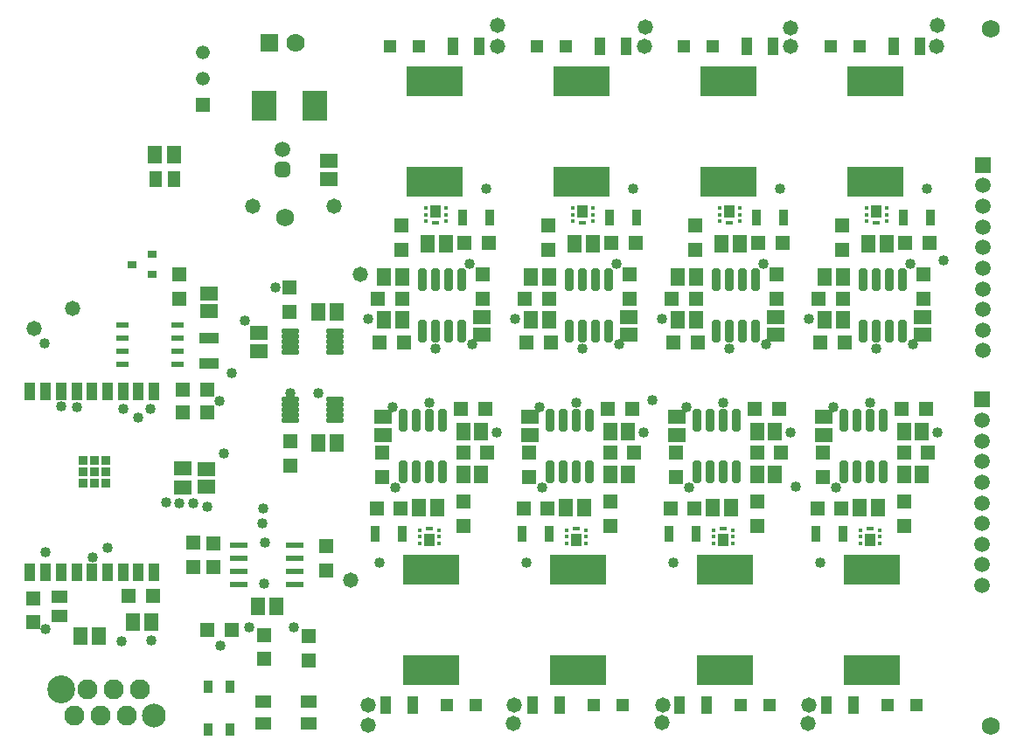
<source format=gbr>
G04*
G04 #@! TF.GenerationSoftware,Altium Limited,Altium Designer,24.0.1 (36)*
G04*
G04 Layer_Color=8388736*
%FSLAX25Y25*%
%MOIN*%
G70*
G04*
G04 #@! TF.SameCoordinates,A2E01C4A-C41F-4235-85C4-DC12FCC8AE1E*
G04*
G04*
G04 #@! TF.FilePolarity,Negative*
G04*
G01*
G75*
%ADD25R,0.03764X0.06338*%
%ADD27R,0.21260X0.11417*%
%ADD29R,0.04353X0.06528*%
%ADD38R,0.06634X0.02134*%
%ADD40R,0.07480X0.04331*%
%ADD43R,0.05118X0.02362*%
%ADD44R,0.03556X0.03162*%
G04:AMPARAMS|DCode=45|XSize=85.56mil|YSize=31.62mil|CornerRadius=6.95mil|HoleSize=0mil|Usage=FLASHONLY|Rotation=90.000|XOffset=0mil|YOffset=0mil|HoleType=Round|Shape=RoundedRectangle|*
%AMROUNDEDRECTD45*
21,1,0.08556,0.01772,0,0,90.0*
21,1,0.07165,0.03162,0,0,90.0*
1,1,0.01391,0.00886,0.03583*
1,1,0.01391,0.00886,-0.03583*
1,1,0.01391,-0.00886,-0.03583*
1,1,0.01391,-0.00886,0.03583*
%
%ADD45ROUNDEDRECTD45*%
%ADD46R,0.05328X0.05328*%
%ADD47R,0.05328X0.05328*%
%ADD48R,0.02598X0.01378*%
%ADD49R,0.04331X0.04921*%
%ADD50R,0.01693X0.01378*%
%ADD51R,0.04724X0.04724*%
%ADD52R,0.05367X0.06587*%
%ADD53R,0.06587X0.05367*%
G04:AMPARAMS|DCode=54|XSize=65.87mil|YSize=19.02mil|CornerRadius=5.38mil|HoleSize=0mil|Usage=FLASHONLY|Rotation=0.000|XOffset=0mil|YOffset=0mil|HoleType=Round|Shape=RoundedRectangle|*
%AMROUNDEDRECTD54*
21,1,0.06587,0.00827,0,0,0.0*
21,1,0.05512,0.01902,0,0,0.0*
1,1,0.01076,0.02756,-0.00413*
1,1,0.01076,-0.02756,-0.00413*
1,1,0.01076,-0.02756,0.00413*
1,1,0.01076,0.02756,0.00413*
%
%ADD54ROUNDEDRECTD54*%
%ADD55R,0.04343X0.06706*%
%ADD56R,0.03556X0.03556*%
%ADD57R,0.05485X0.06587*%
%ADD58R,0.05052X0.06391*%
%ADD59R,0.09265X0.11824*%
%ADD60R,0.06391X0.05052*%
%ADD61R,0.06587X0.05485*%
%ADD62R,0.05918X0.05131*%
%ADD63R,0.03359X0.04934*%
%ADD64C,0.06800*%
%ADD65R,0.07001X0.07001*%
%ADD66C,0.07001*%
%ADD67R,0.05249X0.05249*%
%ADD68C,0.05249*%
%ADD69C,0.05918*%
G04:AMPARAMS|DCode=70|XSize=59.18mil|YSize=59.18mil|CornerRadius=16.8mil|HoleSize=0mil|Usage=FLASHONLY|Rotation=270.000|XOffset=0mil|YOffset=0mil|HoleType=Round|Shape=RoundedRectangle|*
%AMROUNDEDRECTD70*
21,1,0.05918,0.02559,0,0,270.0*
21,1,0.02559,0.05918,0,0,270.0*
1,1,0.03359,-0.01280,-0.01280*
1,1,0.03359,-0.01280,0.01280*
1,1,0.03359,0.01280,0.01280*
1,1,0.03359,0.01280,-0.01280*
%
%ADD70ROUNDEDRECTD70*%
%ADD71C,0.05950*%
%ADD72R,0.05950X0.05950*%
%ADD73C,0.09068*%
%ADD74C,0.07690*%
%ADD75C,0.10642*%
%ADD76C,0.05800*%
%ADD77C,0.04000*%
D25*
X382915Y407968D02*
D03*
X372670D02*
D03*
X540670D02*
D03*
X550915D02*
D03*
X405655Y287068D02*
D03*
X395410D02*
D03*
X349655D02*
D03*
X339410D02*
D03*
X428670Y407968D02*
D03*
X438915D02*
D03*
X494915D02*
D03*
X484670D02*
D03*
X507410Y287068D02*
D03*
X517655D02*
D03*
X451410D02*
D03*
X461655D02*
D03*
D27*
X361849Y421511D02*
D03*
Y459699D02*
D03*
X529849Y421511D02*
D03*
Y459699D02*
D03*
X360476Y235336D02*
D03*
Y273526D02*
D03*
X417849Y421511D02*
D03*
Y459699D02*
D03*
X473849Y421511D02*
D03*
Y459699D02*
D03*
X528476Y273526D02*
D03*
Y235336D02*
D03*
X472476Y273526D02*
D03*
Y235336D02*
D03*
X416476Y273526D02*
D03*
Y235336D02*
D03*
D29*
X378873Y473105D02*
D03*
X368824D02*
D03*
X536824D02*
D03*
X546874D02*
D03*
X353501Y221931D02*
D03*
X343451D02*
D03*
X424824Y473105D02*
D03*
X434873D02*
D03*
X490873D02*
D03*
X480824D02*
D03*
X511451Y221931D02*
D03*
X521501D02*
D03*
X455451D02*
D03*
X465501D02*
D03*
X399451D02*
D03*
X409501D02*
D03*
D38*
X308575Y268000D02*
D03*
Y273000D02*
D03*
Y278000D02*
D03*
Y283000D02*
D03*
X287425D02*
D03*
Y278000D02*
D03*
Y273000D02*
D03*
Y268000D02*
D03*
D40*
X276000Y352079D02*
D03*
Y361921D02*
D03*
D43*
X243067Y352000D02*
D03*
Y357000D02*
D03*
Y362000D02*
D03*
Y367000D02*
D03*
X263933D02*
D03*
Y362000D02*
D03*
Y357000D02*
D03*
Y352000D02*
D03*
D44*
X254437Y393740D02*
D03*
Y386260D02*
D03*
X246563Y390000D02*
D03*
D45*
X357365Y364635D02*
D03*
X362365D02*
D03*
X367365D02*
D03*
X372365D02*
D03*
Y384084D02*
D03*
X367365D02*
D03*
X362365D02*
D03*
X357365D02*
D03*
X525365Y364635D02*
D03*
X530365D02*
D03*
X535365D02*
D03*
X540365D02*
D03*
Y384084D02*
D03*
X535365D02*
D03*
X530365D02*
D03*
X525365D02*
D03*
X364960Y330400D02*
D03*
X359960D02*
D03*
X354960D02*
D03*
X349960D02*
D03*
Y310952D02*
D03*
X354960D02*
D03*
X359960D02*
D03*
X364960D02*
D03*
X413365Y384084D02*
D03*
X418365D02*
D03*
X423365D02*
D03*
X428365D02*
D03*
Y364635D02*
D03*
X423365D02*
D03*
X418365D02*
D03*
X413365D02*
D03*
X469365Y384084D02*
D03*
X474365D02*
D03*
X479365D02*
D03*
X484365D02*
D03*
Y364635D02*
D03*
X479365D02*
D03*
X474365D02*
D03*
X469365D02*
D03*
X532960Y310952D02*
D03*
X527960D02*
D03*
X522960D02*
D03*
X517960D02*
D03*
Y330400D02*
D03*
X522960D02*
D03*
X527960D02*
D03*
X532960D02*
D03*
X476960Y310952D02*
D03*
X471960D02*
D03*
X466960D02*
D03*
X461960D02*
D03*
Y330400D02*
D03*
X466960D02*
D03*
X471960D02*
D03*
X476960D02*
D03*
X420960Y310952D02*
D03*
X415960D02*
D03*
X410960D02*
D03*
X405960D02*
D03*
Y330400D02*
D03*
X410960D02*
D03*
X415960D02*
D03*
X420960D02*
D03*
D46*
X350299Y360308D02*
D03*
X341047D02*
D03*
X373240Y398179D02*
D03*
X382492D02*
D03*
X340261Y376984D02*
D03*
X349513D02*
D03*
X509047Y360308D02*
D03*
X518299D02*
D03*
X550492Y398179D02*
D03*
X541240D02*
D03*
X517513Y376984D02*
D03*
X508261D02*
D03*
X381278Y334728D02*
D03*
X372026D02*
D03*
X339833Y296857D02*
D03*
X349085D02*
D03*
X372812Y318052D02*
D03*
X382064D02*
D03*
X254500Y263500D02*
D03*
X245248D02*
D03*
X406299Y360308D02*
D03*
X397047D02*
D03*
X396261Y376984D02*
D03*
X405513D02*
D03*
X429240Y398179D02*
D03*
X438492D02*
D03*
X462299Y360308D02*
D03*
X453047D02*
D03*
X452261Y376984D02*
D03*
X461513D02*
D03*
X485240Y398179D02*
D03*
X494492D02*
D03*
X540026Y334728D02*
D03*
X549278D02*
D03*
X550064Y318052D02*
D03*
X540812D02*
D03*
X517085Y296857D02*
D03*
X507833D02*
D03*
X484026Y334728D02*
D03*
X493278D02*
D03*
X494064Y318052D02*
D03*
X484812D02*
D03*
X461085Y296857D02*
D03*
X451833D02*
D03*
X428026Y334728D02*
D03*
X437278D02*
D03*
X438064Y318052D02*
D03*
X428812D02*
D03*
X405085Y296857D02*
D03*
X395833D02*
D03*
X265992Y333468D02*
D03*
X275244D02*
D03*
X265940Y342064D02*
D03*
X275192D02*
D03*
X284626Y250500D02*
D03*
X275374D02*
D03*
D47*
X349393Y395528D02*
D03*
Y404780D02*
D03*
X380431Y376839D02*
D03*
Y386091D02*
D03*
X517393Y404780D02*
D03*
Y395528D02*
D03*
X548431Y386091D02*
D03*
Y376839D02*
D03*
X372932Y290256D02*
D03*
Y299508D02*
D03*
X341894Y308945D02*
D03*
Y318197D02*
D03*
X306500Y381126D02*
D03*
Y371874D02*
D03*
X307000Y313248D02*
D03*
Y322500D02*
D03*
X436431Y376839D02*
D03*
Y386091D02*
D03*
X405393Y395528D02*
D03*
Y404780D02*
D03*
X492431Y376839D02*
D03*
Y386091D02*
D03*
X461393Y395528D02*
D03*
Y404780D02*
D03*
X509894Y318197D02*
D03*
Y308945D02*
D03*
X540932Y299508D02*
D03*
Y290256D02*
D03*
X453894Y318197D02*
D03*
Y308945D02*
D03*
X484932Y299508D02*
D03*
Y290256D02*
D03*
X397894Y318197D02*
D03*
Y308945D02*
D03*
X428932Y299508D02*
D03*
Y290256D02*
D03*
X320500Y273248D02*
D03*
Y282500D02*
D03*
X277500Y283626D02*
D03*
Y274374D02*
D03*
X269935Y274526D02*
D03*
Y283778D02*
D03*
X264500Y386126D02*
D03*
Y376874D02*
D03*
X297000Y248626D02*
D03*
Y239374D02*
D03*
X314000Y248126D02*
D03*
Y238874D02*
D03*
X209000Y253374D02*
D03*
Y262626D02*
D03*
D48*
X362444Y405933D02*
D03*
X530444D02*
D03*
X359880Y289103D02*
D03*
X418444Y405933D02*
D03*
X474444D02*
D03*
X527880Y289103D02*
D03*
X471880D02*
D03*
X415880D02*
D03*
D49*
X362444Y410107D02*
D03*
X530444D02*
D03*
X359880Y284929D02*
D03*
X418444Y410107D02*
D03*
X474444D02*
D03*
X527880Y284929D02*
D03*
X471880D02*
D03*
X415880D02*
D03*
D50*
X366126Y411544D02*
D03*
Y408985D02*
D03*
Y406426D02*
D03*
X358763D02*
D03*
Y408985D02*
D03*
Y411544D02*
D03*
X526763D02*
D03*
Y408985D02*
D03*
Y406426D02*
D03*
X534126D02*
D03*
Y408985D02*
D03*
Y411544D02*
D03*
X363562Y283492D02*
D03*
Y286051D02*
D03*
Y288610D02*
D03*
X356199D02*
D03*
Y286051D02*
D03*
Y283492D02*
D03*
X422126Y411544D02*
D03*
Y408985D02*
D03*
Y406426D02*
D03*
X414763D02*
D03*
Y408985D02*
D03*
Y411544D02*
D03*
X478126D02*
D03*
Y408985D02*
D03*
Y406426D02*
D03*
X470763D02*
D03*
Y408985D02*
D03*
Y411544D02*
D03*
X524199Y283492D02*
D03*
Y286051D02*
D03*
Y288610D02*
D03*
X531562D02*
D03*
Y286051D02*
D03*
Y283492D02*
D03*
X468199D02*
D03*
Y286051D02*
D03*
Y288610D02*
D03*
X475562D02*
D03*
Y286051D02*
D03*
Y283492D02*
D03*
X412199D02*
D03*
Y286051D02*
D03*
Y288610D02*
D03*
X419561D02*
D03*
Y286051D02*
D03*
Y283492D02*
D03*
D51*
X344837Y473105D02*
D03*
X355861D02*
D03*
X523861D02*
D03*
X512837D02*
D03*
X366464Y221931D02*
D03*
X377488D02*
D03*
X400837Y473105D02*
D03*
X411861D02*
D03*
X456837D02*
D03*
X467861D02*
D03*
X545488Y221931D02*
D03*
X534464D02*
D03*
X489488D02*
D03*
X478464D02*
D03*
X433488D02*
D03*
X422464D02*
D03*
D52*
X342566Y385076D02*
D03*
X349495D02*
D03*
X342535Y368974D02*
D03*
X349464D02*
D03*
X366343Y397736D02*
D03*
X359414D02*
D03*
X517495Y385076D02*
D03*
X510566D02*
D03*
X517464Y368974D02*
D03*
X510535D02*
D03*
X527414Y397736D02*
D03*
X534343D02*
D03*
X372830Y309960D02*
D03*
X379759D02*
D03*
X372861Y326062D02*
D03*
X379790D02*
D03*
X362911Y297300D02*
D03*
X355982D02*
D03*
X227060Y248292D02*
D03*
X233989D02*
D03*
X398566Y385076D02*
D03*
X405495D02*
D03*
X398535Y368974D02*
D03*
X405464D02*
D03*
X422343Y397736D02*
D03*
X415414D02*
D03*
X454566Y385076D02*
D03*
X461495D02*
D03*
X454535Y368974D02*
D03*
X461464D02*
D03*
X478343Y397736D02*
D03*
X471414D02*
D03*
X547759Y309960D02*
D03*
X540830D02*
D03*
X547790Y326062D02*
D03*
X540861D02*
D03*
X523982Y297300D02*
D03*
X530911D02*
D03*
X491759Y309960D02*
D03*
X484830D02*
D03*
X491790Y326062D02*
D03*
X484861D02*
D03*
X467982Y297300D02*
D03*
X474911D02*
D03*
X435759Y309960D02*
D03*
X428830D02*
D03*
X435790Y326062D02*
D03*
X428861D02*
D03*
X411982Y297300D02*
D03*
X418911D02*
D03*
X317571Y322000D02*
D03*
X324500D02*
D03*
X294571Y259500D02*
D03*
X301500D02*
D03*
X317535Y372000D02*
D03*
X324465D02*
D03*
X253929Y253500D02*
D03*
X247000D02*
D03*
D53*
X379995Y363080D02*
D03*
Y370010D02*
D03*
X547995D02*
D03*
Y363080D02*
D03*
X342330Y325026D02*
D03*
Y331956D02*
D03*
X295052Y356998D02*
D03*
Y363927D02*
D03*
X276000Y372035D02*
D03*
Y378965D02*
D03*
X275000Y311965D02*
D03*
Y305035D02*
D03*
X435995Y363080D02*
D03*
Y370010D02*
D03*
X491995Y363080D02*
D03*
Y370010D02*
D03*
X510330Y331956D02*
D03*
Y325026D02*
D03*
X454330Y331956D02*
D03*
Y325026D02*
D03*
X398330Y331956D02*
D03*
Y325026D02*
D03*
X321500Y422535D02*
D03*
Y429465D02*
D03*
D54*
X307035Y338437D02*
D03*
Y336469D02*
D03*
Y334500D02*
D03*
Y332531D02*
D03*
Y330563D02*
D03*
X323965D02*
D03*
Y332531D02*
D03*
Y334500D02*
D03*
Y336469D02*
D03*
Y338437D02*
D03*
Y364437D02*
D03*
Y362469D02*
D03*
Y360500D02*
D03*
Y358531D02*
D03*
Y356563D02*
D03*
X307035D02*
D03*
Y358531D02*
D03*
Y360500D02*
D03*
Y362469D02*
D03*
Y364437D02*
D03*
D55*
X207760Y272602D02*
D03*
X213665D02*
D03*
X219571D02*
D03*
X225476D02*
D03*
X231382D02*
D03*
X237287D02*
D03*
X243193D02*
D03*
X249098D02*
D03*
X255004D02*
D03*
Y341500D02*
D03*
X249098D02*
D03*
X243193D02*
D03*
X237287D02*
D03*
X231382D02*
D03*
X225476D02*
D03*
X219571D02*
D03*
X213665D02*
D03*
X207760D02*
D03*
D56*
X232169Y310831D02*
D03*
Y315161D02*
D03*
Y306500D02*
D03*
X227839D02*
D03*
Y310831D02*
D03*
Y315161D02*
D03*
X236500D02*
D03*
Y310831D02*
D03*
Y306500D02*
D03*
D57*
X262583Y432000D02*
D03*
X255417D02*
D03*
D58*
X262524Y422500D02*
D03*
X255476D02*
D03*
D59*
X296835Y450500D02*
D03*
X316165D02*
D03*
D60*
X219000Y263047D02*
D03*
Y256000D02*
D03*
D61*
X266000Y312165D02*
D03*
Y305000D02*
D03*
D62*
X296500Y223134D02*
D03*
Y214866D02*
D03*
X314000Y223134D02*
D03*
Y214866D02*
D03*
D63*
X284021Y228854D02*
D03*
X275556D02*
D03*
X284021Y212516D02*
D03*
X275556D02*
D03*
D64*
X305000Y408000D02*
D03*
X574000Y214000D02*
D03*
Y480000D02*
D03*
D65*
X299000Y474500D02*
D03*
D66*
X308842D02*
D03*
D67*
X273693Y451000D02*
D03*
D68*
Y461000D02*
D03*
Y471000D02*
D03*
D69*
X304000Y433937D02*
D03*
D70*
Y426063D02*
D03*
D71*
X570737Y267514D02*
D03*
Y275389D02*
D03*
Y283262D02*
D03*
Y291137D02*
D03*
Y299010D02*
D03*
Y306885D02*
D03*
Y314758D02*
D03*
Y322633D02*
D03*
Y330507D02*
D03*
X571026Y357043D02*
D03*
Y364917D02*
D03*
Y372791D02*
D03*
Y380665D02*
D03*
Y388539D02*
D03*
Y396413D02*
D03*
Y404287D02*
D03*
Y412161D02*
D03*
Y420035D02*
D03*
D72*
X570737Y338381D02*
D03*
X571026Y427909D02*
D03*
D73*
X255000Y218000D02*
D03*
D74*
X244764D02*
D03*
X234764D02*
D03*
X249764Y228000D02*
D03*
X239764D02*
D03*
X224764Y218000D02*
D03*
X229764Y228000D02*
D03*
D75*
X219528D02*
D03*
D76*
X209152Y365459D02*
D03*
X292790Y412249D02*
D03*
X497720Y480204D02*
D03*
X385973Y481078D02*
D03*
X442148Y480607D02*
D03*
X553592Y481152D02*
D03*
X336597Y214341D02*
D03*
X392089Y214836D02*
D03*
X504302Y214817D02*
D03*
X448611Y215043D02*
D03*
X553456Y473047D02*
D03*
X497678Y473105D02*
D03*
X441914Y473144D02*
D03*
X386001Y473177D02*
D03*
X336764Y221852D02*
D03*
X392304Y221931D02*
D03*
X448883Y221937D02*
D03*
X504466Y221974D02*
D03*
X323560Y412234D02*
D03*
X329979Y269678D02*
D03*
X333750Y386323D02*
D03*
X223993Y373035D02*
D03*
D77*
X269888Y298852D02*
D03*
X264513Y298711D02*
D03*
X279989Y337697D02*
D03*
X289749Y368393D02*
D03*
X555892Y391412D02*
D03*
X444911Y338206D02*
D03*
X499640Y305101D02*
D03*
X213371Y360008D02*
D03*
X514105Y335478D02*
D03*
X553611Y325917D02*
D03*
X508854Y276116D02*
D03*
X514971Y304918D02*
D03*
X527952Y337241D02*
D03*
X458105Y335478D02*
D03*
X497611Y325917D02*
D03*
X452854Y276116D02*
D03*
X458971Y304918D02*
D03*
X471952Y337241D02*
D03*
X402105Y335478D02*
D03*
X441611Y325917D02*
D03*
X396854Y276116D02*
D03*
X402971Y304918D02*
D03*
X415952Y337241D02*
D03*
X544219Y359558D02*
D03*
X504714Y369119D02*
D03*
X549471Y418920D02*
D03*
X530373Y357795D02*
D03*
X543354Y390118D02*
D03*
X488219Y359558D02*
D03*
X448714Y369119D02*
D03*
X493471Y418920D02*
D03*
X474373Y357795D02*
D03*
X487354Y390118D02*
D03*
X432220Y359558D02*
D03*
X392714Y369119D02*
D03*
X437471Y418920D02*
D03*
X418373Y357795D02*
D03*
X431354Y390118D02*
D03*
X301226Y381104D02*
D03*
X284619Y348366D02*
D03*
X281562Y317917D02*
D03*
X275148Y297596D02*
D03*
X317500Y340822D02*
D03*
X307108Y340865D02*
D03*
X340854Y276116D02*
D03*
X346971Y304918D02*
D03*
X346105Y335478D02*
D03*
X359952Y337241D02*
D03*
X385611Y325917D02*
D03*
X376220Y359558D02*
D03*
X336714Y369119D02*
D03*
X381471Y418920D02*
D03*
X362373Y357795D02*
D03*
X375354Y390118D02*
D03*
X242674Y246200D02*
D03*
X219632Y335704D02*
D03*
X225476Y335613D02*
D03*
X253534Y334939D02*
D03*
X296521Y296935D02*
D03*
X296429Y291357D02*
D03*
X297104Y268162D02*
D03*
X297128Y283958D02*
D03*
X259589Y299274D02*
D03*
X243330Y335028D02*
D03*
X249098Y331577D02*
D03*
X231643Y278214D02*
D03*
X237300Y281982D02*
D03*
X291309Y251676D02*
D03*
X308197Y251400D02*
D03*
X213701Y280154D02*
D03*
X213661Y250756D02*
D03*
X280221Y244679D02*
D03*
X253975Y246407D02*
D03*
M02*

</source>
